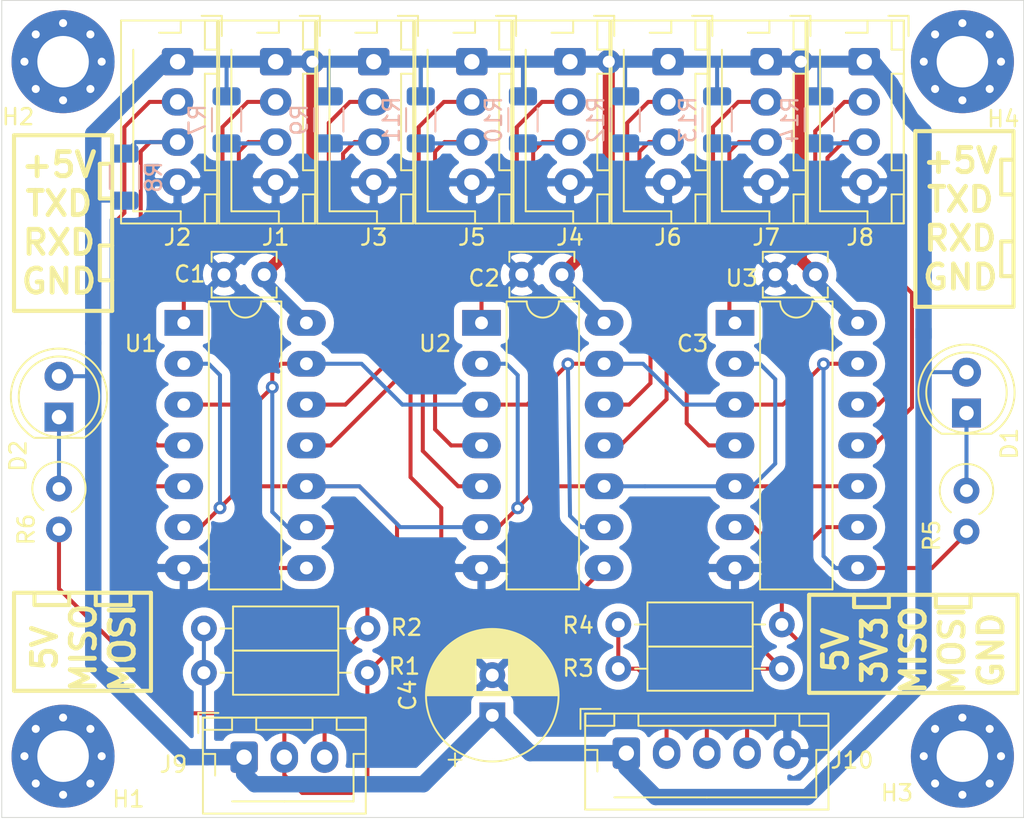
<source format=kicad_pcb>
(kicad_pcb (version 20171130) (host pcbnew "(5.1.6)-1")
  (layers (0 F.Cu signal) (31 B.Cu signal) (34 B.Paste user) (35 F.Paste user) (36 B.SilkS user) (37 F.SilkS user) (38 B.Mask user) (39 F.Mask user) (44 Edge.Cuts user))
  (net 0 "")
  (net 1 GND)
  (net 2 +5V)
  (net 3 "Net-(J1-Pad3)")
  (net 4 "Net-(J1-Pad2)")
  (net 5 "Net-(J2-Pad3)")
  (net 6 "Net-(J2-Pad2)")
  (net 7 "Net-(J3-Pad3)")
  (net 8 "Net-(J3-Pad2)")
  (net 9 "Net-(J4-Pad3)")
  (net 10 "Net-(J4-Pad2)")
  (net 11 "Net-(J5-Pad3)")
  (net 12 +3V3)
  (net 13 "Net-(J6-Pad3)")
  (net 14 "Net-(J6-Pad2)")
  (net 15 "Net-(J7-Pad3)")
  (net 16 "Net-(J7-Pad2)")
  (net 17 "Net-(J8-Pad3)")
  (net 18 "Net-(J8-Pad2)")
  (net 19 "Net-(J5-Pad2)")
  (net 20 "Net-(D1-Pad1)")
  (net 21 "Net-(D2-Pad1)")
  (net 22 /TX-MOSI)
  (net 23 /RX-MISO)
  (net 24 /MOSI)
  (net 25 /MISO)
  (module Resistor_SMD:R_1206_3216Metric (layer B.Cu) (at 50.8 -43.3725 270)
    (fp_text reference R14 (at 0 1.82 90) (layer B.SilkS) (effects (justify mirror)))
    (fp_text value R_Small)
    (pad 2 smd roundrect (at 1.4625 0 270) (size 1.125 1.75) (layers B.Cu B.Paste B.Mask) (roundrect_rratio 0.222222) (net 17 "Net-(J8-Pad3)"))
    (pad 1 smd roundrect (at -1.4625 0 270) (size 1.125 1.75) (layers B.Cu B.Paste B.Mask) (roundrect_rratio 0.222222) (net 2 +5V))
  )
  (module Resistor_SMD:R_1206_3216Metric (layer B.Cu) (at 44.45 -43.3725 270)
    (fp_text reference R13 (at 0 1.82 90) (layer B.SilkS) (effects (justify mirror)))
    (fp_text value R_Small)
    (pad 2 smd roundrect (at 1.4625 0 270) (size 1.125 1.75) (layers B.Cu B.Paste B.Mask) (roundrect_rratio 0.222222) (net 15 "Net-(J7-Pad3)"))
    (pad 1 smd roundrect (at -1.4625 0 270) (size 1.125 1.75) (layers B.Cu B.Paste B.Mask) (roundrect_rratio 0.222222) (net 2 +5V))
  )
  (module Resistor_SMD:R_1206_3216Metric (layer B.Cu) (at 38.735 -43.3725 270)
    (fp_text reference R12 (at 0 1.82 90) (layer B.SilkS) (effects (justify mirror)))
    (fp_text value R_Small)
    (pad 2 smd roundrect (at 1.4625 0 270) (size 1.125 1.75) (layers B.Cu B.Paste B.Mask) (roundrect_rratio 0.222222) (net 13 "Net-(J6-Pad3)"))
    (pad 1 smd roundrect (at -1.4625 0 270) (size 1.125 1.75) (layers B.Cu B.Paste B.Mask) (roundrect_rratio 0.222222) (net 2 +5V))
  )
  (module Resistor_SMD:R_1206_3216Metric (layer B.Cu) (at 26.035 -43.3725 270)
    (fp_text reference R11 (at 0 1.82 90) (layer B.SilkS) (effects (justify mirror)))
    (fp_text value R_Small)
    (pad 2 smd roundrect (at 1.4625 0 270) (size 1.125 1.75) (layers B.Cu B.Paste B.Mask) (roundrect_rratio 0.222222) (net 11 "Net-(J5-Pad3)"))
    (pad 1 smd roundrect (at -1.4625 0 270) (size 1.125 1.75) (layers B.Cu B.Paste B.Mask) (roundrect_rratio 0.222222) (net 2 +5V))
  )
  (module Resistor_SMD:R_1206_3216Metric (layer B.Cu) (at 32.385 -43.3725 270)
    (fp_text reference R10 (at 0 1.82 90) (layer B.SilkS) (effects (justify mirror)))
    (fp_text value R_Small)
    (pad 2 smd roundrect (at 1.4625 0 270) (size 1.125 1.75) (layers B.Cu B.Paste B.Mask) (roundrect_rratio 0.222222) (net 9 "Net-(J4-Pad3)"))
    (pad 1 smd roundrect (at -1.4625 0 270) (size 1.125 1.75) (layers B.Cu B.Paste B.Mask) (roundrect_rratio 0.222222) (net 2 +5V))
  )
  (module Resistor_SMD:R_1206_3216Metric (layer B.Cu) (at 20.32 -43.3725 270)
    (fp_text reference R9 (at 0 1.82 90) (layer B.SilkS) (effects (justify mirror)))
    (fp_text value R_Small)
    (pad 2 smd roundrect (at 1.4625 0 270) (size 1.125 1.75) (layers B.Cu B.Paste B.Mask) (roundrect_rratio 0.222222) (net 7 "Net-(J3-Pad3)"))
    (pad 1 smd roundrect (at -1.4625 0 270) (size 1.125 1.75) (layers B.Cu B.Paste B.Mask) (roundrect_rratio 0.222222) (net 2 +5V))
  )
  (module Resistor_SMD:R_1206_3216Metric (layer B.Cu) (at 7.62 -39.8125 90)
    (fp_text reference R8 (at 0 1.82 90) (layer B.SilkS) (effects (justify mirror)))
    (fp_text value R_Small)
    (pad 2 smd roundrect (at 1.4625 0 90) (size 1.125 1.75) (layers B.Cu B.Paste B.Mask) (roundrect_rratio 0.222222) (net 5 "Net-(J2-Pad3)"))
    (pad 1 smd roundrect (at -1.4625 0 90) (size 1.125 1.75) (layers B.Cu B.Paste B.Mask) (roundrect_rratio 0.222222) (net 2 +5V))
  )
  (module Resistor_SMD:R_1206_3216Metric (layer B.Cu) (at 13.97 -43.3725 270)
    (fp_text reference R7 (at 0 1.82 90) (layer B.SilkS) (effects (justify mirror)))
    (fp_text value R_Small)
    (pad 2 smd roundrect (at 1.4625 0 270) (size 1.125 1.75) (layers B.Cu B.Paste B.Mask) (roundrect_rratio 0.222222) (net 3 "Net-(J1-Pad3)"))
    (pad 1 smd roundrect (at -1.4625 0 270) (size 1.125 1.75) (layers B.Cu B.Paste B.Mask) (roundrect_rratio 0.222222) (net 2 +5V))
  )
  (module Resistor_THT:R_Axial_DIN0309_L9.0mm_D3.2mm_P2.54mm_Vertical (layer F.Cu) (at 3.556 -20.447 270)
    (fp_text reference R6 (at 2.54 2.032 90) (layer F.SilkS))
    (fp_text value R_Small)
    (pad 2 thru_hole oval (at 2.54 0 270) (size 1.6 1.6) (drill 0.8) (layers *.Cu *.Mask) (net 23 /RX-MISO))
    (pad 1 thru_hole circle (at 0 0 270) (size 1.6 1.6) (drill 0.8) (layers *.Cu *.Mask) (net 21 "Net-(D2-Pad1)"))
  )
  (module Resistor_THT:R_Axial_DIN0309_L9.0mm_D3.2mm_P2.54mm_Vertical (layer F.Cu) (at 59.944 -20.32 270)
    (fp_text reference R5 (at 2.794 2.159 90) (layer F.SilkS))
    (fp_text value R_Small)
    (pad 2 thru_hole oval (at 2.54 0 270) (size 1.6 1.6) (drill 0.8) (layers *.Cu *.Mask) (net 22 /TX-MOSI))
    (pad 1 thru_hole circle (at 0 0 270) (size 1.6 1.6) (drill 0.8) (layers *.Cu *.Mask) (net 20 "Net-(D1-Pad1)"))
  )
  (module Connector_JST:JST_XH_B3B-XH-AM_1x03_P2.50mm_Vertical (layer F.Cu) (at 15.06 -3.75)
    (fp_text reference J9 (at -4.392 0.448) (layer F.SilkS))
    (fp_text value Conn_01x04)
    (pad "" np_thru_hole circle (at -1.6 2) (size 1.2 1.2) (drill 1.2) (layers *.Cu *.Mask))
    (pad 3 thru_hole oval (at 5 0) (size 1.7 1.95) (drill 0.95) (layers *.Cu *.Mask) (net 22 /TX-MOSI))
    (pad 2 thru_hole oval (at 2.5 0) (size 1.7 1.95) (drill 0.95) (layers *.Cu *.Mask) (net 23 /RX-MISO))
    (pad 1 thru_hole roundrect (at 0 0) (size 1.7 1.95) (drill 0.95) (layers *.Cu *.Mask) (roundrect_rratio 0.147059) (net 2 +5V))
  )
  (module LED_THT:LED_D5.0mm_Clear (layer F.Cu) (at 3.556 -24.892 90)
    (fp_text reference D2 (at -2.413 -2.54 90) (layer F.SilkS))
    (fp_text value LED)
    (pad 2 thru_hole circle (at 2.54 0 90) (size 1.8 1.8) (drill 0.9) (layers *.Cu *.Mask) (net 2 +5V))
    (pad 1 thru_hole rect (at 0 0 90) (size 1.8 1.8) (drill 0.9) (layers *.Cu *.Mask) (net 21 "Net-(D2-Pad1)"))
  )
  (module LED_THT:LED_D5.0mm_Clear (layer F.Cu) (at 59.944 -25.146 90)
    (fp_text reference D1 (at -1.905 2.667 90) (layer F.SilkS))
    (fp_text value LED)
    (pad 2 thru_hole circle (at 2.54 0 90) (size 1.8 1.8) (drill 0.9) (layers *.Cu *.Mask) (net 2 +5V))
    (pad 1 thru_hole rect (at 0 0 90) (size 1.8 1.8) (drill 0.9) (layers *.Cu *.Mask) (net 20 "Net-(D1-Pad1)"))
  )
  (module Connector_JST:JST_XH_B4B-XH-AM_1x04_P2.50mm_Vertical (layer F.Cu) (at 17.018 -46.99 270)
    (fp_text reference J1 (at 10.922 0 180) (layer F.SilkS))
    (fp_text value Conn_01x04)
    (pad "" np_thru_hole circle (at -1.6 2 270) (size 1.2 1.2) (drill 1.2) (layers *.Cu *.Mask))
    (pad 4 thru_hole oval (at 7.5 0 270) (size 1.7 1.95) (drill 0.95) (layers *.Cu *.Mask) (net 1 GND))
    (pad 3 thru_hole oval (at 5 0 270) (size 1.7 1.95) (drill 0.95) (layers *.Cu *.Mask) (net 3 "Net-(J1-Pad3)"))
    (pad 2 thru_hole oval (at 2.5 0 270) (size 1.7 1.95) (drill 0.95) (layers *.Cu *.Mask) (net 4 "Net-(J1-Pad2)"))
    (pad 1 thru_hole roundrect (at 0 0 270) (size 1.7 1.95) (drill 0.95) (layers *.Cu *.Mask) (roundrect_rratio 0.147059) (net 2 +5V))
  )
  (module Connector_JST:JST_XH_B4B-XH-AM_1x04_P2.50mm_Vertical (layer F.Cu) (at 53.594 -46.99 270)
    (fp_text reference J8 (at 10.922 0.254 180) (layer F.SilkS))
    (fp_text value Conn_01x04)
    (pad "" np_thru_hole circle (at -1.6 2 270) (size 1.2 1.2) (drill 1.2) (layers *.Cu *.Mask))
    (pad 4 thru_hole oval (at 7.5 0 270) (size 1.7 1.95) (drill 0.95) (layers *.Cu *.Mask) (net 1 GND))
    (pad 3 thru_hole oval (at 5 0 270) (size 1.7 1.95) (drill 0.95) (layers *.Cu *.Mask) (net 17 "Net-(J8-Pad3)"))
    (pad 2 thru_hole oval (at 2.5 0 270) (size 1.7 1.95) (drill 0.95) (layers *.Cu *.Mask) (net 18 "Net-(J8-Pad2)"))
    (pad 1 thru_hole roundrect (at 0 0 270) (size 1.7 1.95) (drill 0.95) (layers *.Cu *.Mask) (roundrect_rratio 0.147059) (net 2 +5V))
  )
  (module Connector_JST:JST_XH_B4B-XH-AM_1x04_P2.50mm_Vertical (layer F.Cu) (at 10.922 -46.99 270)
    (fp_text reference J2 (at 10.922 0 180) (layer F.SilkS))
    (fp_text value Conn_01x04)
    (pad "" np_thru_hole circle (at -1.6 2 270) (size 1.2 1.2) (drill 1.2) (layers *.Cu *.Mask))
    (pad 4 thru_hole oval (at 7.5 0 270) (size 1.7 1.95) (drill 0.95) (layers *.Cu *.Mask) (net 1 GND))
    (pad 3 thru_hole oval (at 5 0 270) (size 1.7 1.95) (drill 0.95) (layers *.Cu *.Mask) (net 5 "Net-(J2-Pad3)"))
    (pad 2 thru_hole oval (at 2.5 0 270) (size 1.7 1.95) (drill 0.95) (layers *.Cu *.Mask) (net 6 "Net-(J2-Pad2)"))
    (pad 1 thru_hole roundrect (at 0 0 270) (size 1.7 1.95) (drill 0.95) (layers *.Cu *.Mask) (roundrect_rratio 0.147059) (net 2 +5V))
  )
  (module MountingHole:MountingHole_3.2mm_M3_Pad_Via (layer F.Cu) (at 59.69 -46.99)
    (fp_text reference H4 (at 2.54 3.556) (layer F.SilkS))
    (fp_text value MountingHole)
    (pad 1 thru_hole circle (at 1.697056 -1.697056) (size 0.8 0.8) (drill 0.5) (layers *.Cu *.Mask))
    (pad 1 thru_hole circle (at 0 -2.4) (size 0.8 0.8) (drill 0.5) (layers *.Cu *.Mask))
    (pad 1 thru_hole circle (at -1.697056 -1.697056) (size 0.8 0.8) (drill 0.5) (layers *.Cu *.Mask))
    (pad 1 thru_hole circle (at -2.4 0) (size 0.8 0.8) (drill 0.5) (layers *.Cu *.Mask))
    (pad 1 thru_hole circle (at -1.697056 1.697056) (size 0.8 0.8) (drill 0.5) (layers *.Cu *.Mask))
    (pad 1 thru_hole circle (at 0 2.4) (size 0.8 0.8) (drill 0.5) (layers *.Cu *.Mask))
    (pad 1 thru_hole circle (at 1.697056 1.697056) (size 0.8 0.8) (drill 0.5) (layers *.Cu *.Mask))
    (pad 1 thru_hole circle (at 2.4 0) (size 0.8 0.8) (drill 0.5) (layers *.Cu *.Mask))
    (pad 1 thru_hole circle (at 0 0) (size 6.4 6.4) (drill 3.2) (layers *.Cu *.Mask))
  )
  (module MountingHole:MountingHole_3.2mm_M3_Pad_Via (layer F.Cu) (at 59.69 -3.81)
    (fp_text reference H3 (at -4.064 2.286) (layer F.SilkS))
    (fp_text value MountingHole)
    (pad 1 thru_hole circle (at 1.697056 -1.697056) (size 0.8 0.8) (drill 0.5) (layers *.Cu *.Mask))
    (pad 1 thru_hole circle (at 0 -2.4) (size 0.8 0.8) (drill 0.5) (layers *.Cu *.Mask))
    (pad 1 thru_hole circle (at -1.697056 -1.697056) (size 0.8 0.8) (drill 0.5) (layers *.Cu *.Mask))
    (pad 1 thru_hole circle (at -2.4 0) (size 0.8 0.8) (drill 0.5) (layers *.Cu *.Mask))
    (pad 1 thru_hole circle (at -1.697056 1.697056) (size 0.8 0.8) (drill 0.5) (layers *.Cu *.Mask))
    (pad 1 thru_hole circle (at 0 2.4) (size 0.8 0.8) (drill 0.5) (layers *.Cu *.Mask))
    (pad 1 thru_hole circle (at 1.697056 1.697056) (size 0.8 0.8) (drill 0.5) (layers *.Cu *.Mask))
    (pad 1 thru_hole circle (at 2.4 0) (size 0.8 0.8) (drill 0.5) (layers *.Cu *.Mask))
    (pad 1 thru_hole circle (at 0 0) (size 6.4 6.4) (drill 3.2) (layers *.Cu *.Mask))
  )
  (module MountingHole:MountingHole_3.2mm_M3_Pad_Via (layer F.Cu) (at 3.81 -46.99)
    (fp_text reference H2 (at -2.794 3.429) (layer F.SilkS))
    (fp_text value MountingHole)
    (pad 1 thru_hole circle (at 1.697056 -1.697056) (size 0.8 0.8) (drill 0.5) (layers *.Cu *.Mask))
    (pad 1 thru_hole circle (at 0 -2.4) (size 0.8 0.8) (drill 0.5) (layers *.Cu *.Mask))
    (pad 1 thru_hole circle (at -1.697056 -1.697056) (size 0.8 0.8) (drill 0.5) (layers *.Cu *.Mask))
    (pad 1 thru_hole circle (at -2.4 0) (size 0.8 0.8) (drill 0.5) (layers *.Cu *.Mask))
    (pad 1 thru_hole circle (at -1.697056 1.697056) (size 0.8 0.8) (drill 0.5) (layers *.Cu *.Mask))
    (pad 1 thru_hole circle (at 0 2.4) (size 0.8 0.8) (drill 0.5) (layers *.Cu *.Mask))
    (pad 1 thru_hole circle (at 1.697056 1.697056) (size 0.8 0.8) (drill 0.5) (layers *.Cu *.Mask))
    (pad 1 thru_hole circle (at 2.4 0) (size 0.8 0.8) (drill 0.5) (layers *.Cu *.Mask))
    (pad 1 thru_hole circle (at 0 0) (size 6.4 6.4) (drill 3.2) (layers *.Cu *.Mask))
  )
  (module MountingHole:MountingHole_3.2mm_M3_Pad_Via (layer F.Cu) (at 3.81 -3.81)
    (fp_text reference H1 (at 4.064 2.667) (layer F.SilkS))
    (fp_text value MountingHole)
    (pad 1 thru_hole circle (at 1.697056 -1.697056) (size 0.8 0.8) (drill 0.5) (layers *.Cu *.Mask))
    (pad 1 thru_hole circle (at 0 -2.4) (size 0.8 0.8) (drill 0.5) (layers *.Cu *.Mask))
    (pad 1 thru_hole circle (at -1.697056 -1.697056) (size 0.8 0.8) (drill 0.5) (layers *.Cu *.Mask))
    (pad 1 thru_hole circle (at -2.4 0) (size 0.8 0.8) (drill 0.5) (layers *.Cu *.Mask))
    (pad 1 thru_hole circle (at -1.697056 1.697056) (size 0.8 0.8) (drill 0.5) (layers *.Cu *.Mask))
    (pad 1 thru_hole circle (at 0 2.4) (size 0.8 0.8) (drill 0.5) (layers *.Cu *.Mask))
    (pad 1 thru_hole circle (at 1.697056 1.697056) (size 0.8 0.8) (drill 0.5) (layers *.Cu *.Mask))
    (pad 1 thru_hole circle (at 2.4 0) (size 0.8 0.8) (drill 0.5) (layers *.Cu *.Mask))
    (pad 1 thru_hole circle (at 0 0) (size 6.4 6.4) (drill 3.2) (layers *.Cu *.Mask))
  )
  (module Package_DIP:DIP-14_W7.62mm_LongPads (layer F.Cu) (at 29.81 -30.75)
    (fp_text reference U2 (at -2.886 1.286) (layer F.SilkS))
    (fp_text value 74LS07)
    (pad 14 thru_hole oval (at 7.62 0) (size 2.4 1.6) (drill 0.8) (layers *.Cu *.Mask) (net 2 +5V))
    (pad 7 thru_hole oval (at 0 15.24) (size 2.4 1.6) (drill 0.8) (layers *.Cu *.Mask) (net 1 GND))
    (pad 13 thru_hole oval (at 7.62 2.54) (size 2.4 1.6) (drill 0.8) (layers *.Cu *.Mask) (net 22 /TX-MOSI))
    (pad 6 thru_hole oval (at 0 12.7) (size 2.4 1.6) (drill 0.8) (layers *.Cu *.Mask) (net 23 /RX-MISO))
    (pad 12 thru_hole oval (at 7.62 5.08) (size 2.4 1.6) (drill 0.8) (layers *.Cu *.Mask) (net 14 "Net-(J6-Pad2)"))
    (pad 5 thru_hole oval (at 0 10.16) (size 2.4 1.6) (drill 0.8) (layers *.Cu *.Mask) (net 11 "Net-(J5-Pad3)"))
    (pad 11 thru_hole oval (at 7.62 7.62) (size 2.4 1.6) (drill 0.8) (layers *.Cu *.Mask) (net 13 "Net-(J6-Pad3)"))
    (pad 4 thru_hole oval (at 0 7.62) (size 2.4 1.6) (drill 0.8) (layers *.Cu *.Mask) (net 10 "Net-(J4-Pad2)"))
    (pad 10 thru_hole oval (at 7.62 10.16) (size 2.4 1.6) (drill 0.8) (layers *.Cu *.Mask) (net 23 /RX-MISO))
    (pad 3 thru_hole oval (at 0 5.08) (size 2.4 1.6) (drill 0.8) (layers *.Cu *.Mask) (net 22 /TX-MOSI))
    (pad 9 thru_hole oval (at 7.62 12.7) (size 2.4 1.6) (drill 0.8) (layers *.Cu *.Mask) (net 22 /TX-MOSI))
    (pad 2 thru_hole oval (at 0 2.54) (size 2.4 1.6) (drill 0.8) (layers *.Cu *.Mask) (net 23 /RX-MISO))
    (pad 8 thru_hole oval (at 7.62 15.24) (size 2.4 1.6) (drill 0.8) (layers *.Cu *.Mask) (net 19 "Net-(J5-Pad2)"))
    (pad 1 thru_hole rect (at 0 0) (size 2.4 1.6) (drill 0.8) (layers *.Cu *.Mask) (net 9 "Net-(J4-Pad3)"))
  )
  (module Capacitor_THT:C_Disc_D3.8mm_W2.6mm_P2.50mm (layer F.Cu) (at 50.56 -33.75 180)
    (fp_text reference C3 (at 7.634 -4.286) (layer F.SilkS))
    (fp_text value CP1_Small)
    (pad 2 thru_hole circle (at 2.5 0 180) (size 1.6 1.6) (drill 0.8) (layers *.Cu *.Mask) (net 1 GND))
    (pad 1 thru_hole circle (at 0 0 180) (size 1.6 1.6) (drill 0.8) (layers *.Cu *.Mask) (net 2 +5V))
  )
  (module Package_DIP:DIP-14_W7.62mm_LongPads (layer F.Cu) (at 45.56 -30.75)
    (fp_text reference U3 (at 0.414 -2.778) (layer F.SilkS))
    (fp_text value 74LS07)
    (pad 14 thru_hole oval (at 7.62 0) (size 2.4 1.6) (drill 0.8) (layers *.Cu *.Mask) (net 2 +5V))
    (pad 7 thru_hole oval (at 0 15.24) (size 2.4 1.6) (drill 0.8) (layers *.Cu *.Mask) (net 1 GND))
    (pad 13 thru_hole oval (at 7.62 2.54) (size 2.4 1.6) (drill 0.8) (layers *.Cu *.Mask) (net 22 /TX-MOSI))
    (pad 6 thru_hole oval (at 0 12.7) (size 2.4 1.6) (drill 0.8) (layers *.Cu *.Mask) (net 25 /MISO))
    (pad 12 thru_hole oval (at 7.62 5.08) (size 2.4 1.6) (drill 0.8) (layers *.Cu *.Mask) (net 18 "Net-(J8-Pad2)"))
    (pad 5 thru_hole oval (at 0 10.16) (size 2.4 1.6) (drill 0.8) (layers *.Cu *.Mask) (net 23 /RX-MISO))
    (pad 11 thru_hole oval (at 7.62 7.62) (size 2.4 1.6) (drill 0.8) (layers *.Cu *.Mask) (net 17 "Net-(J8-Pad3)"))
    (pad 4 thru_hole oval (at 0 7.62) (size 2.4 1.6) (drill 0.8) (layers *.Cu *.Mask) (net 16 "Net-(J7-Pad2)"))
    (pad 10 thru_hole oval (at 7.62 10.16) (size 2.4 1.6) (drill 0.8) (layers *.Cu *.Mask) (net 23 /RX-MISO))
    (pad 3 thru_hole oval (at 0 5.08) (size 2.4 1.6) (drill 0.8) (layers *.Cu *.Mask) (net 22 /TX-MOSI))
    (pad 9 thru_hole oval (at 7.62 12.7) (size 2.4 1.6) (drill 0.8) (layers *.Cu *.Mask) (net 24 /MOSI))
    (pad 2 thru_hole oval (at 0 2.54) (size 2.4 1.6) (drill 0.8) (layers *.Cu *.Mask) (net 23 /RX-MISO))
    (pad 8 thru_hole oval (at 7.62 15.24) (size 2.4 1.6) (drill 0.8) (layers *.Cu *.Mask) (net 22 /TX-MOSI))
    (pad 1 thru_hole rect (at 0 0) (size 2.4 1.6) (drill 0.8) (layers *.Cu *.Mask) (net 15 "Net-(J7-Pad3)"))
  )
  (module Package_DIP:DIP-14_W7.62mm_LongPads (layer F.Cu) (at 11.31 -30.75)
    (fp_text reference U1 (at -2.674 1.286) (layer F.SilkS))
    (fp_text value 74LS07)
    (pad 14 thru_hole oval (at 7.62 0) (size 2.4 1.6) (drill 0.8) (layers *.Cu *.Mask) (net 2 +5V))
    (pad 7 thru_hole oval (at 0 15.24) (size 2.4 1.6) (drill 0.8) (layers *.Cu *.Mask) (net 1 GND))
    (pad 13 thru_hole oval (at 7.62 2.54) (size 2.4 1.6) (drill 0.8) (layers *.Cu *.Mask) (net 22 /TX-MOSI))
    (pad 6 thru_hole oval (at 0 12.7) (size 2.4 1.6) (drill 0.8) (layers *.Cu *.Mask) (net 23 /RX-MISO))
    (pad 12 thru_hole oval (at 7.62 5.08) (size 2.4 1.6) (drill 0.8) (layers *.Cu *.Mask) (net 8 "Net-(J3-Pad2)"))
    (pad 5 thru_hole oval (at 0 10.16) (size 2.4 1.6) (drill 0.8) (layers *.Cu *.Mask) (net 5 "Net-(J2-Pad3)"))
    (pad 11 thru_hole oval (at 7.62 7.62) (size 2.4 1.6) (drill 0.8) (layers *.Cu *.Mask) (net 7 "Net-(J3-Pad3)"))
    (pad 4 thru_hole oval (at 0 7.62) (size 2.4 1.6) (drill 0.8) (layers *.Cu *.Mask) (net 4 "Net-(J1-Pad2)"))
    (pad 10 thru_hole oval (at 7.62 10.16) (size 2.4 1.6) (drill 0.8) (layers *.Cu *.Mask) (net 23 /RX-MISO))
    (pad 3 thru_hole oval (at 0 5.08) (size 2.4 1.6) (drill 0.8) (layers *.Cu *.Mask) (net 22 /TX-MOSI))
    (pad 9 thru_hole oval (at 7.62 12.7) (size 2.4 1.6) (drill 0.8) (layers *.Cu *.Mask) (net 22 /TX-MOSI))
    (pad 2 thru_hole oval (at 0 2.54) (size 2.4 1.6) (drill 0.8) (layers *.Cu *.Mask) (net 23 /RX-MISO))
    (pad 8 thru_hole oval (at 7.62 15.24) (size 2.4 1.6) (drill 0.8) (layers *.Cu *.Mask) (net 6 "Net-(J2-Pad2)"))
    (pad 1 thru_hole rect (at 0 0) (size 2.4 1.6) (drill 0.8) (layers *.Cu *.Mask) (net 3 "Net-(J1-Pad3)"))
  )
  (module Resistor_THT:R_Axial_DIN0207_L6.3mm_D2.5mm_P10.16mm_Horizontal (layer F.Cu) (at 12.56 -11.75)
    (fp_text reference R2 (at 12.586 -0.061) (layer F.SilkS))
    (fp_text value R_Small)
    (pad 2 thru_hole oval (at 10.16 0) (size 1.6 1.6) (drill 0.8) (layers *.Cu *.Mask) (net 22 /TX-MOSI))
    (pad 1 thru_hole circle (at 0 0) (size 1.6 1.6) (drill 0.8) (layers *.Cu *.Mask) (net 2 +5V))
  )
  (module Resistor_THT:R_Axial_DIN0207_L6.3mm_D2.5mm_P10.16mm_Horizontal (layer F.Cu) (at 12.56 -9)
    (fp_text reference R1 (at 12.459 -0.398) (layer F.SilkS))
    (fp_text value R_Small)
    (pad 2 thru_hole oval (at 10.16 0) (size 1.6 1.6) (drill 0.8) (layers *.Cu *.Mask) (net 23 /RX-MISO))
    (pad 1 thru_hole circle (at 0 0) (size 1.6 1.6) (drill 0.8) (layers *.Cu *.Mask) (net 2 +5V))
  )
  (module Resistor_THT:R_Axial_DIN0207_L6.3mm_D2.5mm_P10.16mm_Horizontal (layer F.Cu) (at 38.31 -12)
    (fp_text reference R4 (at -2.496 0.062) (layer F.SilkS))
    (fp_text value R_Small)
    (pad 2 thru_hole oval (at 10.16 0) (size 1.6 1.6) (drill 0.8) (layers *.Cu *.Mask) (net 24 /MOSI))
    (pad 1 thru_hole circle (at 0 0) (size 1.6 1.6) (drill 0.8) (layers *.Cu *.Mask) (net 12 +3V3))
  )
  (module Resistor_THT:R_Axial_DIN0207_L6.3mm_D2.5mm_P10.16mm_Horizontal (layer F.Cu) (at 38.31 -9.25)
    (fp_text reference R3 (at -2.496 -0.021) (layer F.SilkS))
    (fp_text value R_Small)
    (pad 2 thru_hole oval (at 10.16 0) (size 1.6 1.6) (drill 0.8) (layers *.Cu *.Mask) (net 25 /MISO))
    (pad 1 thru_hole circle (at 0 0) (size 1.6 1.6) (drill 0.8) (layers *.Cu *.Mask) (net 12 +3V3))
  )
  (module Connector_JST:JST_XH_B4B-XH-AM_1x04_P2.50mm_Vertical (layer F.Cu) (at 47.498 -46.99 270)
    (fp_text reference J7 (at 10.922 0 180) (layer F.SilkS))
    (fp_text value Conn_01x04)
    (pad "" np_thru_hole circle (at -1.6 2 270) (size 1.2 1.2) (drill 1.2) (layers *.Cu *.Mask))
    (pad 4 thru_hole oval (at 7.5 0 270) (size 1.7 1.95) (drill 0.95) (layers *.Cu *.Mask) (net 1 GND))
    (pad 3 thru_hole oval (at 5 0 270) (size 1.7 1.95) (drill 0.95) (layers *.Cu *.Mask) (net 15 "Net-(J7-Pad3)"))
    (pad 2 thru_hole oval (at 2.5 0 270) (size 1.7 1.95) (drill 0.95) (layers *.Cu *.Mask) (net 16 "Net-(J7-Pad2)"))
    (pad 1 thru_hole roundrect (at 0 0 270) (size 1.7 1.95) (drill 0.95) (layers *.Cu *.Mask) (roundrect_rratio 0.147059) (net 2 +5V))
  )
  (module Connector_JST:JST_XH_B4B-XH-AM_1x04_P2.50mm_Vertical (layer F.Cu) (at 41.402 -46.99 270)
    (fp_text reference J6 (at 10.922 0 180) (layer F.SilkS))
    (fp_text value Conn_01x04)
    (pad "" np_thru_hole circle (at -1.6 2 270) (size 1.2 1.2) (drill 1.2) (layers *.Cu *.Mask))
    (pad 4 thru_hole oval (at 7.5 0 270) (size 1.7 1.95) (drill 0.95) (layers *.Cu *.Mask) (net 1 GND))
    (pad 3 thru_hole oval (at 5 0 270) (size 1.7 1.95) (drill 0.95) (layers *.Cu *.Mask) (net 13 "Net-(J6-Pad3)"))
    (pad 2 thru_hole oval (at 2.5 0 270) (size 1.7 1.95) (drill 0.95) (layers *.Cu *.Mask) (net 14 "Net-(J6-Pad2)"))
    (pad 1 thru_hole roundrect (at 0 0 270) (size 1.7 1.95) (drill 0.95) (layers *.Cu *.Mask) (roundrect_rratio 0.147059) (net 2 +5V))
  )
  (module Connector_JST:JST_XH_B4B-XH-AM_1x04_P2.50mm_Vertical (layer F.Cu) (at 29.21 -46.99 270)
    (fp_text reference J5 (at 10.922 0 180) (layer F.SilkS))
    (fp_text value Conn_01x04)
    (pad "" np_thru_hole circle (at -1.6 2 270) (size 1.2 1.2) (drill 1.2) (layers *.Cu *.Mask))
    (pad 4 thru_hole oval (at 7.5 0 270) (size 1.7 1.95) (drill 0.95) (layers *.Cu *.Mask) (net 1 GND))
    (pad 3 thru_hole oval (at 5 0 270) (size 1.7 1.95) (drill 0.95) (layers *.Cu *.Mask) (net 11 "Net-(J5-Pad3)"))
    (pad 2 thru_hole oval (at 2.5 0 270) (size 1.7 1.95) (drill 0.95) (layers *.Cu *.Mask) (net 19 "Net-(J5-Pad2)"))
    (pad 1 thru_hole roundrect (at 0 0 270) (size 1.7 1.95) (drill 0.95) (layers *.Cu *.Mask) (roundrect_rratio 0.147059) (net 2 +5V))
  )
  (module Connector_JST:JST_XH_B5B-XH-AM_1x05_P2.50mm_Vertical (layer F.Cu) (at 38.81 -4)
    (fp_text reference J10 (at 14.022 0.444) (layer F.SilkS))
    (fp_text value Conn_01x04)
    (pad "" np_thru_hole circle (at -1.6 2) (size 1.2 1.2) (drill 1.2) (layers *.Cu *.Mask))
    (pad 5 thru_hole oval (at 10 0) (size 1.7 1.95) (drill 0.95) (layers *.Cu *.Mask) (net 1 GND))
    (pad 4 thru_hole oval (at 7.5 0) (size 1.7 1.95) (drill 0.95) (layers *.Cu *.Mask) (net 24 /MOSI))
    (pad 3 thru_hole oval (at 5 0) (size 1.7 1.95) (drill 0.95) (layers *.Cu *.Mask) (net 25 /MISO))
    (pad 2 thru_hole oval (at 2.5 0) (size 1.7 1.95) (drill 0.95) (layers *.Cu *.Mask) (net 12 +3V3))
    (pad 1 thru_hole roundrect (at 0 0) (size 1.7 1.95) (drill 0.95) (layers *.Cu *.Mask) (roundrect_rratio 0.147059) (net 2 +5V))
  )
  (module Connector_JST:JST_XH_B4B-XH-AM_1x04_P2.50mm_Vertical (layer F.Cu) (at 35.306 -46.99 270)
    (fp_text reference J4 (at 10.922 0 180) (layer F.SilkS))
    (fp_text value Conn_01x04)
    (pad "" np_thru_hole circle (at -1.6 2 270) (size 1.2 1.2) (drill 1.2) (layers *.Cu *.Mask))
    (pad 4 thru_hole oval (at 7.5 0 270) (size 1.7 1.95) (drill 0.95) (layers *.Cu *.Mask) (net 1 GND))
    (pad 3 thru_hole oval (at 5 0 270) (size 1.7 1.95) (drill 0.95) (layers *.Cu *.Mask) (net 9 "Net-(J4-Pad3)"))
    (pad 2 thru_hole oval (at 2.5 0 270) (size 1.7 1.95) (drill 0.95) (layers *.Cu *.Mask) (net 10 "Net-(J4-Pad2)"))
    (pad 1 thru_hole roundrect (at 0 0 270) (size 1.7 1.95) (drill 0.95) (layers *.Cu *.Mask) (roundrect_rratio 0.147059) (net 2 +5V))
  )
  (module Connector_JST:JST_XH_B4B-XH-AM_1x04_P2.50mm_Vertical (layer F.Cu) (at 23.114 -46.99 270)
    (fp_text reference J3 (at 10.922 0 180) (layer F.SilkS))
    (fp_text value Conn_01x04)
    (pad "" np_thru_hole circle (at -1.6 2 270) (size 1.2 1.2) (drill 1.2) (layers *.Cu *.Mask))
    (pad 4 thru_hole oval (at 7.5 0 270) (size 1.7 1.95) (drill 0.95) (layers *.Cu *.Mask) (net 1 GND))
    (pad 3 thru_hole oval (at 5 0 270) (size 1.7 1.95) (drill 0.95) (layers *.Cu *.Mask) (net 7 "Net-(J3-Pad3)"))
    (pad 2 thru_hole oval (at 2.5 0 270) (size 1.7 1.95) (drill 0.95) (layers *.Cu *.Mask) (net 8 "Net-(J3-Pad2)"))
    (pad 1 thru_hole roundrect (at 0 0 270) (size 1.7 1.95) (drill 0.95) (layers *.Cu *.Mask) (roundrect_rratio 0.147059) (net 2 +5V))
  )
  (module Capacitor_THT:CP_Radial_D8.0mm_P2.50mm (layer F.Cu) (at 30.48 -6.35 90)
    (fp_text reference C4 (at 1.25 -5.25 90) (layer F.SilkS))
    (fp_text value CP)
    (pad 2 thru_hole circle (at 2.5 0 90) (size 1.6 1.6) (drill 0.8) (layers *.Cu *.Mask) (net 1 GND))
    (pad 1 thru_hole rect (at 0 0 90) (size 1.6 1.6) (drill 0.8) (layers *.Cu *.Mask) (net 2 +5V))
  )
  (module Capacitor_THT:C_Disc_D3.8mm_W2.6mm_P2.50mm (layer F.Cu) (at 34.81 -33.75 180)
    (fp_text reference C2 (at 4.838 -0.222) (layer F.SilkS))
    (fp_text value CP1_Small)
    (pad 2 thru_hole circle (at 2.5 0 180) (size 1.6 1.6) (drill 0.8) (layers *.Cu *.Mask) (net 1 GND))
    (pad 1 thru_hole circle (at 0 0 180) (size 1.6 1.6) (drill 0.8) (layers *.Cu *.Mask) (net 2 +5V))
  )
  (module Capacitor_THT:C_Disc_D3.8mm_W2.6mm_P2.50mm (layer F.Cu) (at 16.31 -33.75 180)
    (fp_text reference C1 (at 4.626 0.032) (layer F.SilkS))
    (fp_text value CP1_Small)
    (pad 2 thru_hole circle (at 2.5 0 180) (size 1.6 1.6) (drill 0.8) (layers *.Cu *.Mask) (net 1 GND))
    (pad 1 thru_hole circle (at 0 0 180) (size 1.6 1.6) (drill 0.8) (layers *.Cu *.Mask) (net 2 +5V))
  )
  (gr_line (start 9.271 -7.874) (end 9.271 -13.97) (layer F.SilkS) (width 0.254))
  (gr_line (start 0.762 -7.874) (end 9.271 -7.874) (layer F.SilkS) (width 0.254))
  (gr_line (start 2.032 -13.97) (end 2.032 -13.208) (layer F.SilkS) (width 0.254))
  (gr_line (start 5.842 -13.208) (end 8.001 -13.208) (layer F.SilkS) (width 0.254))
  (gr_line (start 9.271 -13.97) (end 0.762 -13.97) (layer F.SilkS) (width 0.254))
  (gr_line (start 8.001 -13.208) (end 8.001 -13.97) (layer F.SilkS) (width 0.254))
  (gr_line (start 5.842 -13.97) (end 5.842 -13.208) (layer F.SilkS) (width 0.254))
  (gr_line (start 2.032 -13.208) (end 4.191 -13.208) (layer F.SilkS) (width 0.254))
  (gr_line (start 4.191 -13.208) (end 4.191 -13.97) (layer F.SilkS) (width 0.254))
  (gr_line (start 0.762 -13.97) (end 0.762 -7.874) (layer F.SilkS) (width 0.254))
  (gr_text "5V\nMISO\nMOSI" (at 5.08 -10.541 90) (layer F.SilkS) (effects (font (size 1.5 1.5) (thickness 0.3))))
  (gr_line (start 63.119 -7.747) (end 63.119 -13.843) (layer F.SilkS) (width 0.254))
  (gr_line (start 50.165 -13.843) (end 50.165 -7.747) (layer F.SilkS) (width 0.254))
  (gr_line (start 50.165 -7.747) (end 63.119 -7.747) (layer F.SilkS) (width 0.254))
  (gr_line (start 58.039 -13.081) (end 60.198 -13.081) (layer F.SilkS) (width 0.254))
  (gr_line (start 58.039 -13.843) (end 58.039 -13.081) (layer F.SilkS) (width 0.254))
  (gr_line (start 60.198 -13.081) (end 60.198 -13.843) (layer F.SilkS) (width 0.254))
  (gr_text "5V\n3V3\nMISO\nMOSI\nGND" (at 56.642 -10.414 90) (layer F.SilkS) (effects (font (size 1.5 1.5) (thickness 0.3))))
  (gr_line (start 63.119 -13.843) (end 50.165 -13.843) (layer F.SilkS) (width 0.254))
  (gr_line (start 55.118 -13.081) (end 55.118 -13.843) (layer F.SilkS) (width 0.254))
  (gr_line (start 52.959 -13.081) (end 55.118 -13.081) (layer F.SilkS) (width 0.254))
  (gr_line (start 52.959 -13.843) (end 52.959 -13.081) (layer F.SilkS) (width 0.254))
  (gr_line (start 0.762 -31.496) (end 6.858 -31.496) (layer F.SilkS) (width 0.254))
  (gr_line (start 6.858 -42.418) (end 0.762 -42.418) (layer F.SilkS) (width 0.254))
  (gr_line (start 0.762 -42.418) (end 0.762 -31.496) (layer F.SilkS) (width 0.254))
  (gr_line (start 6.096 -35.56) (end 6.096 -33.401) (layer F.SilkS) (width 0.254))
  (gr_line (start 6.858 -35.56) (end 6.096 -35.56) (layer F.SilkS) (width 0.254))
  (gr_line (start 6.096 -33.401) (end 6.858 -33.401) (layer F.SilkS) (width 0.254))
  (gr_text "+5V\nTXD\nRXD\nGND" (at 3.556 -36.957) (layer F.SilkS) (effects (font (size 1.5 1.5) (thickness 0.3))))
  (gr_line (start 6.858 -31.496) (end 6.858 -42.418) (layer F.SilkS) (width 0.254))
  (gr_line (start 6.096 -38.481) (end 6.858 -38.481) (layer F.SilkS) (width 0.254))
  (gr_line (start 6.096 -40.64) (end 6.096 -38.481) (layer F.SilkS) (width 0.254))
  (gr_line (start 6.858 -40.64) (end 6.096 -40.64) (layer F.SilkS) (width 0.254))
  (gr_line (start 62.103 -33.655) (end 62.865 -33.655) (layer F.SilkS) (width 0.254))
  (gr_line (start 62.103 -35.814) (end 62.103 -33.655) (layer F.SilkS) (width 0.254))
  (gr_line (start 62.865 -35.814) (end 62.103 -35.814) (layer F.SilkS) (width 0.254))
  (gr_line (start 62.103 -38.735) (end 62.865 -38.735) (layer F.SilkS) (width 0.254))
  (gr_line (start 62.103 -40.894) (end 62.103 -38.735) (layer F.SilkS) (width 0.254))
  (gr_line (start 62.865 -40.894) (end 62.103 -40.894) (layer F.SilkS) (width 0.254))
  (gr_line (start 62.865 -31.75) (end 62.865 -42.672) (layer F.SilkS) (width 0.254))
  (gr_line (start 56.769 -31.75) (end 62.865 -31.75) (layer F.SilkS) (width 0.254))
  (gr_line (start 56.769 -42.672) (end 56.769 -31.75) (layer F.SilkS) (width 0.254))
  (gr_line (start 62.865 -42.672) (end 56.769 -42.672) (layer F.SilkS) (width 0.254))
  (gr_text "+5V\nTXD\nRXD\nGND" (at 59.563 -37.211) (layer F.SilkS) (effects (font (size 1.5 1.5) (thickness 0.3))))
  (gr_line (start 0 -50.8) (end 0 0) (layer Edge.Cuts) (width 0.05))
  (gr_line (start 63.5 -50.8) (end 0 -50.8) (layer Edge.Cuts) (width 0.05))
  (gr_line (start 63.5 0) (end 63.5 -50.8) (layer Edge.Cuts) (width 0.05))
  (gr_line (start 0 0) (end 63.5 0) (layer Edge.Cuts) (width 0.05))
  (segment (start 7.62 -38.35) (end 5.465 -38.35) (width 0.25) (layer B.Cu) (net 2))
  (segment (start 13.97 -44.835) (end 13.97 -46.99) (width 0.25) (layer B.Cu) (net 2))
  (segment (start 20.32 -44.835) (end 20.32 -46.99) (width 0.25) (layer B.Cu) (net 2))
  (segment (start 26.035 -44.835) (end 26.035 -46.99) (width 0.25) (layer B.Cu) (net 2))
  (segment (start 50.8 -44.835) (end 50.8 -46.99) (width 0.25) (layer B.Cu) (net 2))
  (segment (start 38.735 -44.835) (end 38.735 -46.99) (width 0.25) (layer B.Cu) (net 2))
  (segment (start 44.45 -44.835) (end 44.45 -46.99) (width 0.25) (layer B.Cu) (net 2))
  (via (at 49.657 -46.99) (size 1.5) (drill 0.75) (layers F.Cu B.Cu) (net 2))
  (segment (start 50.56 -33.37) (end 53.18 -30.75) (width 0.75) (layer B.Cu) (net 2))
  (segment (start 50.56 -33.75) (end 50.56 -33.37) (width 0.75) (layer B.Cu) (net 2))
  (segment (start 34.81 -33.37) (end 37.43 -30.75) (width 0.75) (layer B.Cu) (net 2))
  (segment (start 34.81 -33.75) (end 34.81 -33.37) (width 0.75) (layer B.Cu) (net 2))
  (segment (start 16.31 -33.37) (end 18.93 -30.75) (width 0.75) (layer B.Cu) (net 2))
  (segment (start 16.31 -33.75) (end 16.31 -33.37) (width 0.75) (layer B.Cu) (net 2))
  (segment (start 32.83 -4) (end 30.48 -6.35) (width 1.016) (layer B.Cu) (net 2))
  (segment (start 38.81 -4) (end 32.83 -4) (width 1.016) (layer B.Cu) (net 2))
  (segment (start 15.06 -3.75) (end 15.06 -2.72) (width 1.016) (layer B.Cu) (net 2))
  (segment (start 26.19699 -2.06699) (end 30.48 -6.35) (width 1.016) (layer B.Cu) (net 2))
  (segment (start 15.71301 -2.06699) (end 26.19699 -2.06699) (width 1.016) (layer B.Cu) (net 2))
  (segment (start 15.06 -2.72) (end 15.71301 -2.06699) (width 1.016) (layer B.Cu) (net 2))
  (segment (start 10.16 -46.99) (end 10.922 -46.99) (width 1.016) (layer B.Cu) (net 2))
  (segment (start 5.685841 -42.515841) (end 10.16 -46.99) (width 1.016) (layer B.Cu) (net 2))
  (segment (start 11.49 -3.75) (end 5.685841 -9.554159) (width 1.016) (layer B.Cu) (net 2))
  (segment (start 5.910682 -35.56) (end 5.685841 -35.784841) (width 0.508) (layer B.Cu) (net 2))
  (segment (start 5.685841 -35.784841) (end 5.685841 -42.515841) (width 1.016) (layer B.Cu) (net 2))
  (segment (start 5.685841 -29.493159) (end 5.685841 -35.784841) (width 1.016) (layer B.Cu) (net 2))
  (segment (start 54.102 -46.99) (end 55.245 -45.593) (width 1.016) (layer B.Cu) (net 2))
  (segment (start 57.277 -42.672) (end 57.277 -29.972) (width 1.016) (layer B.Cu) (net 2))
  (segment (start 53.594 -46.99) (end 54.102 -46.99) (width 1.016) (layer B.Cu) (net 2))
  (segment (start 56.515 -43.434) (end 57.277 -42.672) (width 1.016) (layer B.Cu) (net 2))
  (segment (start 55.245 -45.593) (end 56.515 -43.434) (width 1.016) (layer B.Cu) (net 2))
  (segment (start 57.404 -29.718) (end 57.277 -29.845) (width 0.25) (layer B.Cu) (net 2))
  (segment (start 59.944 -27.686) (end 57.404 -27.686) (width 0.25) (layer B.Cu) (net 2))
  (segment (start 57.277 -30.353) (end 57.277 -29.845) (width 1.016) (layer B.Cu) (net 2))
  (segment (start 12.56 -3.95) (end 12.76 -3.75) (width 0.25) (layer B.Cu) (net 2))
  (segment (start 12.56 -11.75) (end 12.56 -3.95) (width 0.25) (layer B.Cu) (net 2))
  (segment (start 15.06 -3.75) (end 12.76 -3.75) (width 1.016) (layer B.Cu) (net 2))
  (segment (start 12.76 -3.75) (end 11.49 -3.75) (width 1.016) (layer B.Cu) (net 2))
  (segment (start 5.529682 -27.432) (end 5.685841 -27.588159) (width 0.25) (layer B.Cu) (net 2))
  (segment (start 3.556 -27.432) (end 5.529682 -27.432) (width 0.25) (layer B.Cu) (net 2))
  (segment (start 5.685841 -9.554159) (end 5.685841 -27.588159) (width 1.016) (layer B.Cu) (net 2))
  (segment (start 5.685841 -27.588159) (end 5.685841 -29.493159) (width 1.016) (layer B.Cu) (net 2))
  (segment (start 19.304 -46.99) (end 19.304 -46.99) (width 0.75) (layer F.Cu) (net 2))
  (via (at 19.304 -46.99) (size 1.5) (drill 0.75) (layers F.Cu B.Cu) (net 2))
  (segment (start 19.304 -36.744) (end 16.31 -33.75) (width 0.75) (layer F.Cu) (net 2))
  (segment (start 19.304 -46.99) (end 19.304 -36.744) (width 0.75) (layer F.Cu) (net 2))
  (via (at 37.719 -46.99) (size 1.5) (drill 0.75) (layers F.Cu B.Cu) (net 2))
  (segment (start 37.719 -46.99) (end 37.719 -36.659) (width 0.75) (layer F.Cu) (net 2))
  (segment (start 37.719 -36.659) (end 34.81 -33.75) (width 0.75) (layer F.Cu) (net 2))
  (segment (start 50.56 -33.75) (end 49.657 -34.653) (width 0.75) (layer F.Cu) (net 2))
  (segment (start 49.657 -34.653) (end 49.657 -46.99) (width 0.75) (layer F.Cu) (net 2))
  (segment (start 32.385 -44.835) (end 32.385 -46.99) (width 0.25) (layer B.Cu) (net 2))
  (segment (start 32.385 -46.99) (end 53.594 -46.99) (width 0.75) (layer B.Cu) (net 2))
  (segment (start 26.035 -44.835) (end 26.035 -46.99) (width 0.25) (layer B.Cu) (net 2))
  (segment (start 10.922 -46.99) (end 26.035 -46.99) (width 0.75) (layer B.Cu) (net 2))
  (segment (start 26.035 -46.99) (end 32.385 -46.99) (width 0.75) (layer B.Cu) (net 2))
  (segment (start 57.277 -8.509) (end 50.038 -1.27) (width 1.016) (layer B.Cu) (net 2))
  (segment (start 57.277 -29.845) (end 57.277 -8.509) (width 1.016) (layer B.Cu) (net 2))
  (segment (start 50.038 -1.27) (end 40.64 -1.27) (width 1.016) (layer B.Cu) (net 2))
  (segment (start 40.64 -1.27) (end 38.81 -3.1) (width 1.016) (layer B.Cu) (net 2))
  (segment (start 38.81 -3.1) (end 38.81 -4) (width 1.016) (layer B.Cu) (net 2))
  (segment (start 11.31 -30.75) (end 11.31 -34.41) (width 0.25) (layer F.Cu) (net 3))
  (segment (start 17.018 -41.99) (end 15.32 -41.99) (width 0.25) (layer F.Cu) (net 3))
  (segment (start 15.32 -41.99) (end 14.732 -41.402) (width 0.25) (layer F.Cu) (net 3))
  (segment (start 14.732 -37.832) (end 13.215 -36.315) (width 0.25) (layer F.Cu) (net 3))
  (segment (start 14.732 -39.878) (end 14.732 -37.832) (width 0.25) (layer F.Cu) (net 3))
  (segment (start 14.732 -41.402) (end 14.732 -39.878) (width 0.25) (layer F.Cu) (net 3))
  (segment (start 11.31 -34.41) (end 13.215 -36.315) (width 0.25) (layer F.Cu) (net 3))
  (segment (start 16.938 -41.91) (end 17.018 -41.99) (width 0.25) (layer B.Cu) (net 3))
  (segment (start 13.97 -41.91) (end 16.938 -41.91) (width 0.25) (layer B.Cu) (net 3))
  (segment (start 15.28 -44.49) (end 13.716 -42.926) (width 0.25) (layer F.Cu) (net 4))
  (segment (start 17.018 -44.49) (end 15.28 -44.49) (width 0.25) (layer F.Cu) (net 4))
  (segment (start 11.31 -23.13) (end 9.68 -23.13) (width 0.25) (layer F.Cu) (net 4))
  (segment (start 8.56 -24.25) (end 8.56 -33.706) (width 0.25) (layer F.Cu) (net 4))
  (segment (start 9.68 -23.13) (end 8.56 -24.25) (width 0.25) (layer F.Cu) (net 4))
  (segment (start 13.716 -38.862) (end 12.065 -37.211) (width 0.25) (layer F.Cu) (net 4))
  (segment (start 13.716 -41.91) (end 13.716 -38.862) (width 0.25) (layer F.Cu) (net 4))
  (segment (start 13.716 -42.926) (end 13.716 -41.91) (width 0.25) (layer F.Cu) (net 4))
  (segment (start 8.56 -33.706) (end 12.065 -37.211) (width 0.25) (layer F.Cu) (net 4))
  (segment (start 12.065 -37.211) (end 13.462 -38.608) (width 0.25) (layer F.Cu) (net 4))
  (segment (start 8.636 -41.402) (end 8.636 -37.084) (width 0.25) (layer F.Cu) (net 5))
  (segment (start 10.922 -41.99) (end 9.224 -41.99) (width 0.25) (layer F.Cu) (net 5))
  (segment (start 9.224 -41.99) (end 8.636 -41.402) (width 0.25) (layer F.Cu) (net 5))
  (segment (start 9.4 -20.59) (end 11.31 -20.59) (width 0.25) (layer F.Cu) (net 5))
  (segment (start 8.636 -37.084) (end 7.62 -36.068) (width 0.25) (layer F.Cu) (net 5))
  (segment (start 7.62 -22.37) (end 8.645 -21.345) (width 0.25) (layer F.Cu) (net 5))
  (segment (start 7.62 -36.068) (end 7.62 -22.37) (width 0.25) (layer F.Cu) (net 5))
  (segment (start 8.645 -21.345) (end 9.4 -20.59) (width 0.25) (layer F.Cu) (net 5))
  (segment (start 8.335 -41.99) (end 10.922 -41.99) (width 0.25) (layer B.Cu) (net 5))
  (segment (start 7.62 -41.275) (end 8.335 -41.99) (width 0.25) (layer B.Cu) (net 5))
  (segment (start 14.06 -13.25) (end 16.32 -15.51) (width 0.25) (layer F.Cu) (net 6))
  (segment (start 16.32 -15.51) (end 18.93 -15.51) (width 0.25) (layer F.Cu) (net 6))
  (segment (start 9.56 -13.25) (end 14.06 -13.25) (width 0.25) (layer F.Cu) (net 6))
  (segment (start 9.017 -13.793) (end 9.56 -13.25) (width 0.25) (layer F.Cu) (net 6))
  (segment (start 9.017 -19.685) (end 9.017 -13.793) (width 0.25) (layer F.Cu) (net 6))
  (segment (start 6.858 -21.844) (end 9.017 -19.685) (width 0.25) (layer F.Cu) (net 6))
  (segment (start 10.922 -44.49) (end 9.184 -44.49) (width 0.25) (layer F.Cu) (net 6))
  (segment (start 9.184 -44.49) (end 7.62 -42.926) (width 0.25) (layer F.Cu) (net 6))
  (segment (start 6.858 -36.83) (end 6.858 -21.844) (width 0.25) (layer F.Cu) (net 6))
  (segment (start 7.62 -37.592) (end 6.858 -36.83) (width 0.25) (layer F.Cu) (net 6))
  (segment (start 7.62 -42.926) (end 7.62 -37.592) (width 0.25) (layer F.Cu) (net 6))
  (segment (start 24.638 -27.328) (end 20.44 -23.13) (width 0.25) (layer F.Cu) (net 7))
  (segment (start 23.114 -41.99) (end 21.924 -41.99) (width 0.25) (layer F.Cu) (net 7))
  (segment (start 21.924 -41.99) (end 21.209 -41.275) (width 0.25) (layer F.Cu) (net 7))
  (segment (start 21.209 -38.481) (end 24.638 -35.052) (width 0.25) (layer F.Cu) (net 7))
  (segment (start 21.209 -41.275) (end 21.209 -38.481) (width 0.25) (layer F.Cu) (net 7))
  (segment (start 20.44 -23.13) (end 18.93 -23.13) (width 0.25) (layer F.Cu) (net 7))
  (segment (start 24.638 -35.052) (end 24.638 -27.328) (width 0.25) (layer F.Cu) (net 7))
  (segment (start 23.034 -41.91) (end 23.114 -41.99) (width 0.25) (layer B.Cu) (net 7))
  (segment (start 20.32 -41.91) (end 23.034 -41.91) (width 0.25) (layer B.Cu) (net 7))
  (segment (start 21.352 -25.67) (end 18.93 -25.67) (width 0.25) (layer F.Cu) (net 8))
  (segment (start 21.63 -44.49) (end 20.32 -43.18) (width 0.25) (layer F.Cu) (net 8))
  (segment (start 23.876 -28.194) (end 21.352 -25.67) (width 0.25) (layer F.Cu) (net 8))
  (segment (start 23.114 -44.49) (end 21.63 -44.49) (width 0.25) (layer F.Cu) (net 8))
  (segment (start 20.32 -38.227) (end 23.876 -34.671) (width 0.25) (layer F.Cu) (net 8))
  (segment (start 20.32 -43.18) (end 20.32 -38.227) (width 0.25) (layer F.Cu) (net 8))
  (segment (start 23.876 -34.671) (end 23.876 -28.194) (width 0.25) (layer F.Cu) (net 8))
  (segment (start 35.306 -41.99) (end 33.608 -41.99) (width 0.25) (layer F.Cu) (net 9))
  (segment (start 33.608 -41.99) (end 33.02 -41.402) (width 0.25) (layer F.Cu) (net 9))
  (segment (start 33.02 -41.402) (end 33.02 -37.084) (width 0.25) (layer F.Cu) (net 9))
  (segment (start 29.81 -33.874) (end 29.81 -30.75) (width 0.25) (layer F.Cu) (net 9))
  (segment (start 33.02 -37.084) (end 29.81 -33.874) (width 0.25) (layer F.Cu) (net 9))
  (segment (start 35.226 -41.91) (end 35.306 -41.99) (width 0.25) (layer B.Cu) (net 9))
  (segment (start 32.385 -41.91) (end 35.226 -41.91) (width 0.25) (layer B.Cu) (net 9))
  (segment (start 26.924 -24.13) (end 27.924 -23.13) (width 0.25) (layer F.Cu) (net 10))
  (segment (start 33.568 -44.49) (end 32.004 -42.926) (width 0.25) (layer F.Cu) (net 10))
  (segment (start 32.004 -37.592) (end 26.924 -32.512) (width 0.25) (layer F.Cu) (net 10))
  (segment (start 35.306 -44.49) (end 33.568 -44.49) (width 0.25) (layer F.Cu) (net 10))
  (segment (start 32.004 -42.926) (end 32.004 -37.592) (width 0.25) (layer F.Cu) (net 10))
  (segment (start 27.924 -23.13) (end 29.81 -23.13) (width 0.25) (layer F.Cu) (net 10))
  (segment (start 26.924 -32.512) (end 26.924 -24.13) (width 0.25) (layer F.Cu) (net 10))
  (segment (start 26.924 -41.402) (end 26.924 -37.084) (width 0.25) (layer F.Cu) (net 11))
  (segment (start 29.21 -41.99) (end 27.512 -41.99) (width 0.25) (layer F.Cu) (net 11))
  (segment (start 27.512 -41.99) (end 26.924 -41.402) (width 0.25) (layer F.Cu) (net 11))
  (segment (start 26.162 -22.788) (end 28.36 -20.59) (width 0.25) (layer F.Cu) (net 11))
  (segment (start 28.36 -20.59) (end 29.81 -20.59) (width 0.25) (layer F.Cu) (net 11))
  (segment (start 26.162 -22.788) (end 26.162 -36.322) (width 0.25) (layer F.Cu) (net 11))
  (segment (start 26.162 -36.322) (end 26.924 -37.084) (width 0.25) (layer F.Cu) (net 11))
  (segment (start 29.13 -41.91) (end 29.21 -41.99) (width 0.25) (layer B.Cu) (net 11))
  (segment (start 26.035 -41.91) (end 29.13 -41.91) (width 0.25) (layer B.Cu) (net 11))
  (segment (start 38.31 -12) (end 38.31 -9.25) (width 0.25) (layer F.Cu) (net 12))
  (segment (start 41.31 -4) (end 41.31 -7.458) (width 0.25) (layer F.Cu) (net 12))
  (segment (start 39.518 -9.25) (end 38.31 -9.25) (width 0.25) (layer F.Cu) (net 12))
  (segment (start 41.31 -7.458) (end 39.518 -9.25) (width 0.25) (layer F.Cu) (net 12))
  (segment (start 41.31 -26) (end 38.44 -23.13) (width 0.25) (layer F.Cu) (net 13))
  (segment (start 40.212 -41.99) (end 39.624 -41.402) (width 0.25) (layer F.Cu) (net 13))
  (segment (start 41.402 -41.99) (end 40.212 -41.99) (width 0.25) (layer F.Cu) (net 13))
  (segment (start 41.31 -32.604) (end 41.31 -26) (width 0.25) (layer F.Cu) (net 13))
  (segment (start 38.44 -23.13) (end 37.43 -23.13) (width 0.25) (layer F.Cu) (net 13))
  (segment (start 39.624 -41.402) (end 39.624 -34.29) (width 0.25) (layer F.Cu) (net 13))
  (segment (start 39.624 -34.29) (end 41.31 -32.604) (width 0.25) (layer F.Cu) (net 13))
  (segment (start 41.322 -41.91) (end 41.402 -41.99) (width 0.25) (layer B.Cu) (net 13))
  (segment (start 38.735 -41.91) (end 41.322 -41.91) (width 0.25) (layer B.Cu) (net 13))
  (segment (start 38.98 -25.67) (end 37.43 -25.67) (width 0.25) (layer F.Cu) (net 14))
  (segment (start 40.172 -44.49) (end 38.862 -43.18) (width 0.25) (layer F.Cu) (net 14))
  (segment (start 38.862 -43.18) (end 38.862 -33.782) (width 0.25) (layer F.Cu) (net 14))
  (segment (start 41.402 -44.49) (end 40.172 -44.49) (width 0.25) (layer F.Cu) (net 14))
  (segment (start 40.31 -27) (end 38.98 -25.67) (width 0.25) (layer F.Cu) (net 14))
  (segment (start 38.862 -33.782) (end 40.31 -32.334) (width 0.25) (layer F.Cu) (net 14))
  (segment (start 40.31 -32.334) (end 40.31 -27) (width 0.25) (layer F.Cu) (net 14))
  (segment (start 47.498 -41.99) (end 45.8 -41.99) (width 0.25) (layer F.Cu) (net 15))
  (segment (start 45.8 -41.99) (end 45.212 -41.402) (width 0.25) (layer F.Cu) (net 15))
  (segment (start 45.212 -31.098) (end 45.56 -30.75) (width 0.25) (layer F.Cu) (net 15))
  (segment (start 45.212 -39.37) (end 45.212 -37.084) (width 0.25) (layer F.Cu) (net 15))
  (segment (start 45.212 -39.37) (end 45.212 -31.098) (width 0.25) (layer F.Cu) (net 15))
  (segment (start 45.212 -41.402) (end 45.212 -39.37) (width 0.25) (layer F.Cu) (net 15))
  (segment (start 47.418 -41.91) (end 47.498 -41.99) (width 0.25) (layer B.Cu) (net 15))
  (segment (start 44.45 -41.91) (end 47.418 -41.91) (width 0.25) (layer B.Cu) (net 15))
  (segment (start 45.76 -44.49) (end 44.196 -42.926) (width 0.25) (layer F.Cu) (net 16))
  (segment (start 47.498 -44.49) (end 45.76 -44.49) (width 0.25) (layer F.Cu) (net 16))
  (segment (start 43.93 -23.13) (end 45.56 -23.13) (width 0.25) (layer F.Cu) (net 16))
  (segment (start 42.56 -24.5) (end 43.93 -23.13) (width 0.25) (layer F.Cu) (net 16))
  (segment (start 44.196 -36.292) (end 42.56 -34.656) (width 0.25) (layer F.Cu) (net 16))
  (segment (start 44.196 -38.862) (end 44.196 -36.292) (width 0.25) (layer F.Cu) (net 16))
  (segment (start 44.196 -38.862) (end 44.196 -37.592) (width 0.25) (layer F.Cu) (net 16))
  (segment (start 44.196 -42.926) (end 44.196 -38.862) (width 0.25) (layer F.Cu) (net 16))
  (segment (start 42.56 -34.656) (end 42.56 -24.5) (width 0.25) (layer F.Cu) (net 16))
  (segment (start 56.56 -25.5) (end 54.19 -23.13) (width 0.25) (layer F.Cu) (net 17))
  (segment (start 54.19 -23.13) (end 53.18 -23.13) (width 0.25) (layer F.Cu) (net 17))
  (segment (start 52.277 -41.99) (end 51.308 -41.021) (width 0.25) (layer F.Cu) (net 17))
  (segment (start 53.594 -41.99) (end 52.277 -41.99) (width 0.25) (layer F.Cu) (net 17))
  (segment (start 51.308 -41.021) (end 51.308 -37.846) (width 0.25) (layer F.Cu) (net 17))
  (segment (start 51.308 -37.846) (end 56.56 -32.594) (width 0.25) (layer F.Cu) (net 17))
  (segment (start 56.56 -32.594) (end 56.56 -25.5) (width 0.25) (layer F.Cu) (net 17))
  (segment (start 53.514 -41.91) (end 53.594 -41.99) (width 0.25) (layer B.Cu) (net 17))
  (segment (start 50.8 -41.91) (end 53.514 -41.91) (width 0.25) (layer B.Cu) (net 17))
  (segment (start 54.48 -25.67) (end 53.18 -25.67) (width 0.25) (layer F.Cu) (net 18))
  (segment (start 55.56 -26.75) (end 54.48 -25.67) (width 0.25) (layer F.Cu) (net 18))
  (segment (start 55.56 -29.652) (end 55.56 -31.816) (width 0.25) (layer F.Cu) (net 18))
  (segment (start 55.56 -29.652) (end 55.56 -26.75) (width 0.25) (layer F.Cu) (net 18))
  (segment (start 53.594 -44.49) (end 52.364 -44.49) (width 0.25) (layer F.Cu) (net 18))
  (segment (start 52.364 -44.49) (end 50.546 -42.672) (width 0.25) (layer F.Cu) (net 18))
  (segment (start 50.546 -40.386) (end 50.546 -36.83) (width 0.25) (layer F.Cu) (net 18))
  (segment (start 50.546 -36.83) (end 51.6255 -35.7505) (width 0.25) (layer F.Cu) (net 18))
  (segment (start 50.546 -42.672) (end 50.546 -40.386) (width 0.25) (layer F.Cu) (net 18))
  (segment (start 55.56 -31.816) (end 51.6255 -35.7505) (width 0.25) (layer F.Cu) (net 18))
  (segment (start 27.472 -44.49) (end 25.908 -42.926) (width 0.25) (layer F.Cu) (net 19))
  (segment (start 25.908 -42.926) (end 25.908 -37.592) (width 0.25) (layer F.Cu) (net 19))
  (segment (start 29.21 -44.49) (end 27.472 -44.49) (width 0.25) (layer F.Cu) (net 19))
  (segment (start 27.31 -19.25) (end 25.4 -21.16) (width 0.25) (layer F.Cu) (net 19))
  (segment (start 29.31 -13) (end 27.31 -15) (width 0.25) (layer F.Cu) (net 19))
  (segment (start 27.31 -15) (end 27.31 -19.25) (width 0.25) (layer F.Cu) (net 19))
  (segment (start 34.92 -13) (end 29.31 -13) (width 0.25) (layer F.Cu) (net 19))
  (segment (start 37.43 -15.51) (end 34.92 -13) (width 0.25) (layer F.Cu) (net 19))
  (segment (start 25.4 -37.084) (end 25.4 -21.16) (width 0.25) (layer F.Cu) (net 19))
  (segment (start 25.908 -37.592) (end 25.4 -37.084) (width 0.25) (layer F.Cu) (net 19))
  (segment (start 59.944 -25.146) (end 59.944 -22.479) (width 0.25) (layer B.Cu) (net 20))
  (segment (start 59.944 -22.479) (end 59.944 -20.32) (width 0.25) (layer B.Cu) (net 20))
  (segment (start 3.556 -24.892) (end 3.556 -20.447) (width 0.25) (layer B.Cu) (net 21))
  (segment (start 37.43 -28.21) (end 39.85 -28.21) (width 0.25) (layer B.Cu) (net 22))
  (segment (start 42.39 -25.67) (end 45.56 -25.67) (width 0.25) (layer B.Cu) (net 22))
  (segment (start 39.85 -28.21) (end 42.39 -25.67) (width 0.25) (layer B.Cu) (net 22))
  (segment (start 18.93 -28.21) (end 22.35 -28.21) (width 0.25) (layer B.Cu) (net 22))
  (segment (start 24.89 -25.67) (end 29.81 -25.67) (width 0.25) (layer B.Cu) (net 22))
  (segment (start 22.35 -28.21) (end 24.89 -25.67) (width 0.25) (layer B.Cu) (net 22))
  (via (at 16.81 -26.75) (size 0.8) (drill 0.4) (layers F.Cu B.Cu) (net 22))
  (segment (start 18.93 -28.21) (end 17.35 -28.21) (width 0.25) (layer F.Cu) (net 22))
  (segment (start 16.81 -26.75) (end 16.81 -19) (width 0.25) (layer B.Cu) (net 22))
  (segment (start 17.76 -18.05) (end 18.93 -18.05) (width 0.25) (layer B.Cu) (net 22))
  (segment (start 16.81 -19) (end 17.76 -18.05) (width 0.25) (layer B.Cu) (net 22))
  (segment (start 16.81 -27.67) (end 16.81 -26.75) (width 0.25) (layer F.Cu) (net 22))
  (segment (start 17.35 -28.21) (end 16.81 -27.67) (width 0.25) (layer F.Cu) (net 22))
  (segment (start 16.81 -26.75) (end 15.73 -25.67) (width 0.25) (layer F.Cu) (net 22))
  (segment (start 15.73 -25.67) (end 14.73 -25.67) (width 0.25) (layer F.Cu) (net 22))
  (segment (start 14.73 -25.67) (end 11.31 -25.67) (width 0.25) (layer F.Cu) (net 22))
  (segment (start 18.93 -18.05) (end 21.01 -18.05) (width 0.25) (layer F.Cu) (net 22))
  (segment (start 22.72 -16.34) (end 22.72 -11.75) (width 0.25) (layer F.Cu) (net 22))
  (segment (start 21.01 -18.05) (end 22.72 -16.34) (width 0.25) (layer F.Cu) (net 22))
  (segment (start 20.06 -9.09) (end 22.72 -11.75) (width 0.25) (layer F.Cu) (net 22))
  (segment (start 20.06 -3.75) (end 20.06 -9.09) (width 0.25) (layer F.Cu) (net 22))
  (segment (start 53.18 -15.51) (end 57.801 -15.51) (width 0.25) (layer F.Cu) (net 22))
  (segment (start 57.801 -15.51) (end 59.944 -17.653) (width 0.25) (layer F.Cu) (net 22))
  (segment (start 51.8 -15.51) (end 53.18 -15.51) (width 0.25) (layer B.Cu) (net 22))
  (segment (start 51.06 -16.25) (end 51.8 -15.51) (width 0.25) (layer B.Cu) (net 22))
  (via (at 51.06 -28.194) (size 0.8) (drill 0.4) (layers F.Cu B.Cu) (net 22))
  (segment (start 51.06 -28.194) (end 51.06 -16.25) (width 0.25) (layer B.Cu) (net 22))
  (segment (start 35.179 -28.194) (end 35.31 -18.75) (width 0.25) (layer B.Cu) (net 22))
  (via (at 35.179 -28.194) (size 0.8) (drill 0.4) (layers F.Cu B.Cu) (net 22))
  (segment (start 35.31 -18.75) (end 36.01 -18.05) (width 0.25) (layer B.Cu) (net 22))
  (segment (start 36.01 -18.05) (end 37.43 -18.05) (width 0.25) (layer B.Cu) (net 22))
  (segment (start 35.195 -28.21) (end 35.179 -28.194) (width 0.25) (layer F.Cu) (net 22))
  (segment (start 37.43 -28.21) (end 35.195 -28.21) (width 0.25) (layer F.Cu) (net 22))
  (segment (start 51.076 -28.21) (end 51.06 -28.194) (width 0.25) (layer F.Cu) (net 22))
  (segment (start 53.18 -28.21) (end 51.076 -28.21) (width 0.25) (layer F.Cu) (net 22))
  (segment (start 48.536 -25.67) (end 45.56 -25.67) (width 0.25) (layer F.Cu) (net 22))
  (segment (start 51.06 -28.194) (end 48.536 -25.67) (width 0.25) (layer F.Cu) (net 22))
  (segment (start 32.655 -25.67) (end 29.81 -25.67) (width 0.25) (layer F.Cu) (net 22))
  (segment (start 35.179 -28.194) (end 32.655 -25.67) (width 0.25) (layer F.Cu) (net 22))
  (via (at 32.06 -19.25) (size 0.8) (drill 0.4) (layers F.Cu B.Cu) (net 23))
  (segment (start 29.81 -28.21) (end 31.35 -28.21) (width 0.25) (layer B.Cu) (net 23))
  (via (at 13.56 -19.25) (size 0.8) (drill 0.4) (layers F.Cu B.Cu) (net 23))
  (segment (start 31.35 -28.21) (end 32.06 -27.5) (width 0.25) (layer B.Cu) (net 23))
  (segment (start 18.93 -20.59) (end 22.22 -20.59) (width 0.25) (layer B.Cu) (net 23))
  (segment (start 24.76 -18.05) (end 29.81 -18.05) (width 0.25) (layer B.Cu) (net 23))
  (segment (start 22.22 -20.59) (end 24.76 -18.05) (width 0.25) (layer B.Cu) (net 23))
  (segment (start 37.43 -20.59) (end 39.97 -20.59) (width 0.25) (layer B.Cu) (net 23))
  (segment (start 39.97 -20.59) (end 45.56 -20.59) (width 0.25) (layer B.Cu) (net 23))
  (segment (start 11.31 -28.21) (end 12.85 -28.21) (width 0.25) (layer B.Cu) (net 23))
  (segment (start 13.56 -27.5) (end 12.935 -28.125) (width 0.25) (layer B.Cu) (net 23))
  (segment (start 13.56 -19.25) (end 13.56 -27.5) (width 0.25) (layer B.Cu) (net 23))
  (segment (start 12.85 -28.21) (end 12.935 -28.125) (width 0.25) (layer B.Cu) (net 23))
  (segment (start 32.06 -19.25) (end 32.06 -27.5) (width 0.25) (layer B.Cu) (net 23))
  (segment (start 14.9 -20.59) (end 13.56 -19.25) (width 0.25) (layer F.Cu) (net 23))
  (segment (start 17.4 -20.59) (end 14.9 -20.59) (width 0.25) (layer F.Cu) (net 23))
  (segment (start 18.93 -20.59) (end 17.4 -20.59) (width 0.25) (layer F.Cu) (net 23))
  (segment (start 12.36 -18.05) (end 11.31 -18.05) (width 0.25) (layer F.Cu) (net 23))
  (segment (start 13.56 -19.25) (end 12.36 -18.05) (width 0.25) (layer F.Cu) (net 23))
  (segment (start 30.86 -18.05) (end 32.06 -19.25) (width 0.25) (layer F.Cu) (net 23))
  (segment (start 29.81 -18.05) (end 30.86 -18.05) (width 0.25) (layer F.Cu) (net 23))
  (segment (start 33.4 -20.59) (end 37.43 -20.59) (width 0.25) (layer F.Cu) (net 23))
  (segment (start 32.06 -19.25) (end 33.4 -20.59) (width 0.25) (layer F.Cu) (net 23))
  (segment (start 45.56 -28.21) (end 47.1 -28.21) (width 0.25) (layer B.Cu) (net 23))
  (segment (start 47.1 -28.21) (end 48.06 -27.25) (width 0.25) (layer B.Cu) (net 23))
  (segment (start 48.06 -27.25) (end 48.06 -22) (width 0.25) (layer B.Cu) (net 23))
  (segment (start 46.65 -20.59) (end 45.56 -20.59) (width 0.25) (layer B.Cu) (net 23))
  (segment (start 48.06 -22) (end 46.65 -20.59) (width 0.25) (layer B.Cu) (net 23))
  (segment (start 53.18 -20.59) (end 45.56 -20.59) (width 0.25) (layer F.Cu) (net 23))
  (segment (start 22.72 -9) (end 24.56 -10.84) (width 0.25) (layer F.Cu) (net 23))
  (segment (start 24.56 -10.84) (end 24.56 -18.25) (width 0.25) (layer F.Cu) (net 23))
  (segment (start 22.22 -20.59) (end 18.93 -20.59) (width 0.25) (layer F.Cu) (net 23))
  (segment (start 24.56 -18.25) (end 22.22 -20.59) (width 0.25) (layer F.Cu) (net 23))
  (segment (start 17.56 -3.75) (end 17.56 -2.633) (width 0.25) (layer F.Cu) (net 23))
  (segment (start 17.56 -2.633) (end 18.669 -1.524) (width 0.25) (layer F.Cu) (net 23))
  (segment (start 18.669 -1.524) (end 21.717 -1.524) (width 0.25) (layer F.Cu) (net 23))
  (segment (start 22.72 -2.527) (end 22.72 -9) (width 0.25) (layer F.Cu) (net 23))
  (segment (start 21.717 -1.524) (end 22.72 -2.527) (width 0.25) (layer F.Cu) (net 23))
  (segment (start 17.56 -5.427) (end 17.56 -3.75) (width 0.25) (layer F.Cu) (net 23))
  (segment (start 11.303 -6.477) (end 16.51 -6.477) (width 0.25) (layer F.Cu) (net 23))
  (segment (start 3.556 -14.224) (end 11.303 -6.477) (width 0.25) (layer F.Cu) (net 23))
  (segment (start 16.51 -6.477) (end 17.56 -5.427) (width 0.25) (layer F.Cu) (net 23))
  (segment (start 3.556 -17.907) (end 3.556 -14.224) (width 0.25) (layer F.Cu) (net 23))
  (segment (start 53.18 -18.05) (end 51.11 -18.05) (width 0.25) (layer F.Cu) (net 24))
  (segment (start 48.47 -15.41) (end 48.47 -12) (width 0.25) (layer F.Cu) (net 24))
  (segment (start 51.11 -18.05) (end 48.47 -15.41) (width 0.25) (layer F.Cu) (net 24))
  (segment (start 48.47 -12) (end 50.292 -10.178) (width 0.25) (layer F.Cu) (net 24))
  (segment (start 50.292 -10.178) (end 50.292 -8.382) (width 0.25) (layer F.Cu) (net 24))
  (segment (start 50.292 -8.382) (end 48.641 -6.731) (width 0.25) (layer F.Cu) (net 24))
  (segment (start 48.641 -6.731) (end 46.99 -6.731) (width 0.25) (layer F.Cu) (net 24))
  (segment (start 46.31 -6.051) (end 46.31 -4) (width 0.25) (layer F.Cu) (net 24))
  (segment (start 46.99 -6.731) (end 46.31 -6.051) (width 0.25) (layer F.Cu) (net 24))
  (segment (start 45.56 -18.05) (end 46.76 -18.05) (width 0.25) (layer F.Cu) (net 25))
  (segment (start 46.76 -18.05) (end 47.81 -17) (width 0.25) (layer F.Cu) (net 25))
  (segment (start 47.81 -17) (end 47.81 -14.25) (width 0.25) (layer F.Cu) (net 25))
  (segment (start 47.81 -14.25) (end 46.81 -13.25) (width 0.25) (layer F.Cu) (net 25))
  (segment (start 46.81 -10.91) (end 48.47 -9.25) (width 0.25) (layer F.Cu) (net 25))
  (segment (start 46.81 -13.25) (end 46.81 -10.91) (width 0.25) (layer F.Cu) (net 25))
  (segment (start 46.08 -9.25) (end 48.47 -9.25) (width 0.25) (layer F.Cu) (net 25))
  (segment (start 43.81 -4) (end 43.81 -6.98) (width 0.25) (layer F.Cu) (net 25))
  (segment (start 43.81 -6.98) (end 46.08 -9.25) (width 0.25) (layer F.Cu) (net 25))
  (zone (net 1) (net_name GND) (layer B.Cu) (connect_pads (clearance 0.508)) (min_thickness 0.254) (fill yes (arc_segments 32) (thermal_gap 0.508) (thermal_bridge_width 0.508))
    (polygon (pts (xy 62.23 -1.27) (xy 1.27 -1.27) (xy 1.27 -41.275) (xy 62.23 -41.275)))
  )
  (zone (net 0) (net_name "") (layer B.Cu) (connect_pads (clearance 0.508)) (min_thickness 0.254)
    (keepout (tracks allowed) (vias allowed) (copperpour not_allowed))
    (fill (arc_segments 32) (thermal_gap 0.508) (thermal_bridge_width 0.508))
    (polygon (pts (xy 10.795 -40.64) (xy 8.89 -40.64) (xy 8.89 -38.735) (xy 3.81 -38.735) (xy 3.81 -43.18) (xy 10.795 -43.18)))
  )
)
</source>
